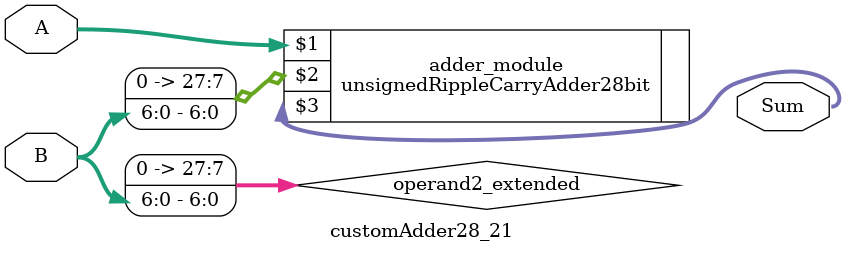
<source format=v>

module customAdder28_21(
                    input [27 : 0] A,
                    input [6 : 0] B,
                    
                    output [28 : 0] Sum
            );

    wire [27 : 0] operand2_extended;
    
    assign operand2_extended =  {21'b0, B};
    
    unsignedRippleCarryAdder28bit adder_module(
        A,
        operand2_extended,
        Sum
    );
    
endmodule
        
</source>
